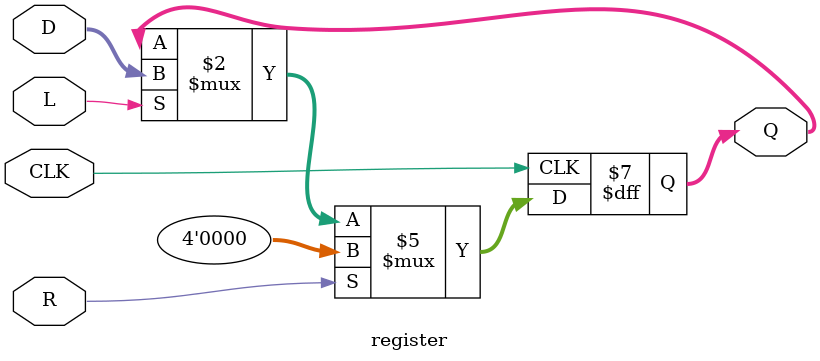
<source format=v>

`timescale 1ns / 1ps

module register(input CLK, input [3:0] D, input R, input L, output reg [3:0] Q);

always @(posedge CLK)
    // If R(eset) is high, set output to 0
    if (R)
        begin
            Q <= 0;
        end
    // If L(oad) is high, set output to input
    else if (L)
        begin
            Q <= D;
        end
        
endmodule

</source>
